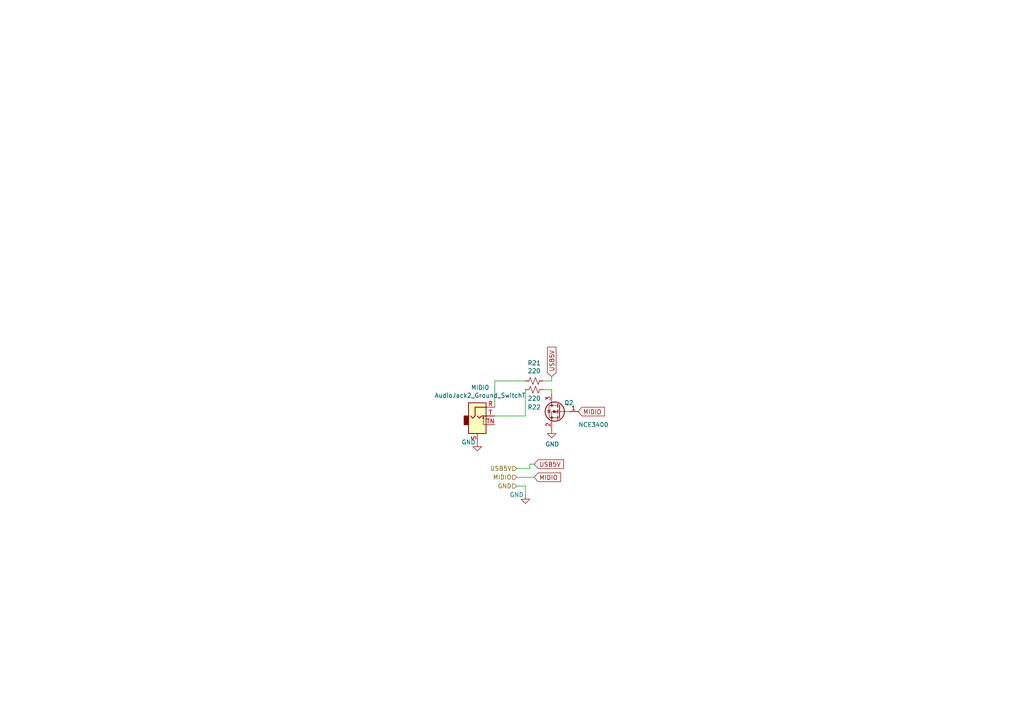
<source format=kicad_sch>
(kicad_sch (version 20230121) (generator eeschema)
  (paper "A4")
  (lib_symbols
    (symbol "Device:Q_NMOS_GSD" (pin_names (offset 0) hide)
      (property "Reference" "Q" (at 5.08 1.27 0))
      (property "Value" "Q_NMOS_GSD" (at 5.08 -1.27 0))
      (symbol "Q_NMOS_GSD_0_1"
        (polyline (pts (xy 0.254 0) (xy -2.54 0)))
        (polyline (pts (xy 0.254 1.905) (xy 0.254 -1.905)) (stroke (width 0.254)))
        (polyline (pts (xy 0.762 -1.27) (xy 0.762 -2.286)) (stroke (width 0.254)))
        (polyline (pts (xy 0.762 0.508) (xy 0.762 -0.508)) (stroke (width 0.254)))
        (polyline (pts (xy 0.762 2.286) (xy 0.762 1.27)) (stroke (width 0.254)))
        (polyline (pts (xy 2.54 2.54) (xy 2.54 1.778)))
        (polyline (pts (xy 2.54 -2.54) (xy 2.54 0) (xy 0.762 0)))
        (polyline (pts (xy 0.762 -1.778) (xy 3.302 -1.778) (xy 3.302 1.778) (xy 0.762 1.778)))
        (polyline (pts (xy 1.016 0) (xy 2.032 0.381) (xy 2.032 -0.381) (xy 1.016 0)) (fill (type outline)))
        (polyline (pts (xy 2.794 0.508) (xy 2.921 0.381) (xy 3.683 0.381) (xy 3.81 0.254)))
        (polyline (pts (xy 3.302 0.381) (xy 2.921 -0.254) (xy 3.683 -0.254) (xy 3.302 0.381)))
        (circle (center 1.651 0) (radius 2.794) (stroke (width 0.254)))
        (circle (center 2.54 -1.778) (radius 0.254) (fill (type outline)))
        (circle (center 2.54 1.778) (radius 0.254) (fill (type outline)))
      )
      (symbol "Q_NMOS_GSD_1_1"
        (pin input line (at -5.08 0 0) (length 2.54) (name "G") (number "1"))
        (pin passive line (at 2.54 -5.08 90) (length 2.54) (name "S") (number "2"))
        (pin passive line (at 2.54 5.08 270) (length 2.54) (name "D") (number "3"))
      )
    )
    (symbol "Device:R_Small_US" (pin_numbers hide) (pin_names (offset 0.254) hide)
      (property "Reference" "R" (at 0.762 0.508 0))
      (property "Value" "R_Small_US" (at 0.762 -1.016 0))
      (symbol "R_Small_US_1_1"
        (polyline (pts (xy 0 0) (xy 1.016 -0.381) (xy 0 -0.762) (xy -1.016 -1.143) (xy 0 -1.524)))
        (polyline (pts (xy 0 1.524) (xy 1.016 1.143) (xy 0 0.762) (xy -1.016 0.381) (xy 0 0)))
        (pin passive line (at 0 2.54 270) (length 1.016) (name "~") (number "1"))
        (pin passive line (at 0 -2.54 90) (length 1.016) (name "~") (number "2"))
      )
    )
    (symbol "power:GND" (power) (pin_names (offset 0))
      (property "Value" "GND" (at 0 -3.81 0))
      (symbol "GND_0_1"
        (polyline (pts (xy 0 0) (xy 0 -1.27) (xy 1.27 -1.27) (xy 0 -2.54) (xy -1.27 -1.27) (xy 0 -1.27)))
      )
      (symbol "GND_1_1"
        (pin power_in line (at 0 0 270) (length 0) hide (name "GND") (number "1"))
      )
    )
    (symbol "quadrant:AudioJack2_Ground_SwitchT"
      (property "Reference" "J" (at 0 8.89 0))
      (property "Value" "AudioJack2_Ground_SwitchT" (at 0 6.35 0))
      (symbol "AudioJack2_Ground_SwitchT_0_1"
        (rectangle (start -2.54 0) (end -3.81 -2.54) (stroke (width 0.254)) (fill (type outline)))
        (polyline (pts (xy 1.778 -0.254) (xy 2.032 -0.762)))
        (polyline (pts (xy 0 0) (xy 0.635 -0.635) (xy 1.27 0) (xy 2.54 0)) (stroke (width 0.254)))
        (polyline (pts (xy 2.54 -2.54) (xy 1.778 -2.54) (xy 1.778 -0.254) (xy 1.524 -0.762)))
        (polyline (pts (xy 2.54 2.54) (xy -0.635 2.54) (xy -0.635 0) (xy -1.27 -0.635) (xy -1.905 0)) (stroke (width 0.254)))
        (rectangle (start 2.54 3.81) (end -2.54 -5.08) (stroke (width 0.254)) (fill (type background)))
      )
      (symbol "AudioJack2_Ground_SwitchT_1_1"
        (pin passive line (at 5.08 2.54 180) (length 2.54) (name "~") (number "R"))
        (pin passive line (at 0 -7.62 90) (length 2.54) (name "~") (number "S"))
        (pin passive line (at 5.08 0 180) (length 2.54) (name "~") (number "T"))
        (pin passive line (at 5.08 -2.54 180) (length 2.54) (name "~") (number "TN"))
      )
    )
  )
  (wire (pts (xy 149.86 140.97) (xy 152.4 140.97)))
  (wire (pts (xy 149.86 138.43) (xy 154.94 138.43)))
  (wire (pts (xy 152.4 113.03) (xy 152.4 120.65)))
  (wire (pts (xy 153.67 135.89) (xy 153.67 134.62)))
  (wire (pts (xy 157.48 110.49) (xy 160.02 110.49)))
  (wire (pts (xy 160.02 110.49) (xy 160.02 109.22)))
  (wire (pts (xy 149.86 135.89) (xy 153.67 135.89)))
  (wire (pts (xy 143.51 118.11) (xy 143.51 110.49)))
  (wire (pts (xy 152.4 120.65) (xy 143.51 120.65)))
  (wire (pts (xy 160.02 113.03) (xy 160.02 114.3)))
  (wire (pts (xy 143.51 110.49) (xy 152.4 110.49)))
  (wire (pts (xy 153.67 134.62) (xy 154.94 134.62)))
  (wire (pts (xy 152.4 140.97) (xy 152.4 143.51)))
  (wire (pts (xy 157.48 113.03) (xy 160.02 113.03)))
  (global_label "MIDIO" (shape input) (at 154.94 138.43 0) (property "Intersheetrefs" "${INTERSHEET_REFS}" (effects hide)))
  (global_label "MIDIO" (shape input) (at 167.64 119.38 0) (property "Intersheetrefs" "${INTERSHEET_REFS}" (effects hide)))
  (global_label "USB5V" (shape input) (at 154.94 134.62 0) (property "Intersheetrefs" "${INTERSHEET_REFS}" (effects hide)))
  (global_label "USB5V" (shape input) (at 160.02 109.22 90) (property "Intersheetrefs" "${INTERSHEET_REFS}" (effects hide)))
  (hierarchical_label "MIDIO" (shape input) (at 149.86 138.43 180))
  (hierarchical_label "USB5V" (shape input) (at 149.86 135.89 180))
  (hierarchical_label "GND" (shape input) (at 149.86 140.97 180))
  (symbol (lib_id "Device:Q_NMOS_GSD") (at 162.56 119.38 0) (mirror y) (unit 1)
    (property "Reference" "Q2" (at 166.37 116.84 0) (effects (justify left)))
    (property "Value" "NCE3400" (at 176.53 123.19 0) (effects (justify left)))
    (property "Footprint" "Package_TO_SOT_SMD:SOT-23" (effects hide))
    (property "JLC" "SOT-23(SOT-23-3)" (effects hide))
    (property "LCSC" "C113202" (effects hide))
    (property "ordered" "y" (effects hide))
  )
  (symbol (lib_id "Device:R_Small_US") (at 154.94 110.49 270) (unit 1)
    (property "Reference" "R21" (at 154.94 105.283 90))
    (property "Value" "220" (at 154.94 107.5944 90))
    (property "Footprint" "Resistor_SMD:R_0603_1608Metric_Pad0.98x0.95mm_HandSolder" (effects hide))
    (property "JLC" "0603" (effects hide))
    (property "LCSC" " C107696 " (effects hide))
    (property "ordered" "y" (effects hide))
    (instances (project "quadrant" (path "" (reference "R21") (unit 1)) (path "" (reference "R?") (unit 1))))
  )
  (symbol (lib_id "Device:R_Small_US") (at 154.94 113.03 90) (unit 1)
    (property "Reference" "R22" (at 154.94 118.11 90))
    (property "Value" "220" (at 154.94 115.57 90))
    (property "Footprint" "Resistor_SMD:R_0603_1608Metric_Pad0.98x0.95mm_HandSolder" (effects hide))
    (property "JLC" "0603" (effects hide))
    (property "LCSC" " C107696 " (effects hide))
    (property "ordered" "y" (effects hide))
    (instances (project "quadrant" (path "" (reference "R22") (unit 1)) (path "" (reference "R?") (unit 1))))
  )
  (symbol (lib_id "power:GND") (at 160.02 124.46 0) (unit 1)
    (property "Reference" "#PWR057" (effects hide))
    (property "Value" "GND" (at 160.147 128.8542 0))
    (instances (project "quadrant" (path "" (reference "#PWR057") (unit 1)) (path "" (reference "#PWR?") (unit 1))))
  )
  (symbol (lib_id "quadrant:AudioJack2_Ground_SwitchT") (at 138.43 120.65 0) (unit 1)
    (property "Reference" "MIDI0" (at 139.2428 112.395 0))
    (property "Value" "AudioJack2_Ground_SwitchT" (at 139.2428 114.7064 0))
    (property "Footprint" "quadrant:PJ-327C-4A" (effects hide))
    (property "JLC" "SMD" (effects hide))
    (property "LCSC" "C145813" (effects hide))
    (property "ordered" "y" (effects hide))
    (instances (project "quadrant" (path "" (reference "MIDI0") (unit 1)) (path "" (reference "J?") (unit 1))))
  )
  (symbol (lib_id "power:GND") (at 138.43 128.27 0) (unit 1)
    (property "Reference" "#PWR055" (effects hide))
    (property "Value" "GND" (at 135.89 128.27 0))
    (instances (project "quadrant" (path "" (reference "#PWR055") (unit 1)) (path "" (reference "#PWR?") (unit 1))))
  )
  (symbol (lib_id "power:GND") (at 152.4 143.51 0) (unit 1)
    (property "Reference" "#PWR056" (effects hide))
    (property "Value" "GND" (at 149.86 143.51 0))
    (instances (project "quadrant" (path "" (reference "#PWR056") (unit 1)) (path "" (reference "#PWR?") (unit 1))))
  )
)
</source>
